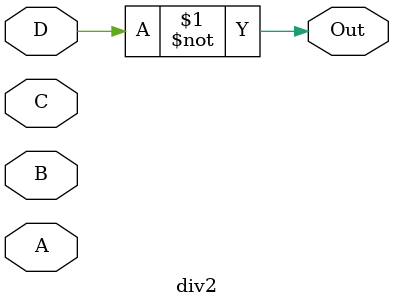
<source format=v>
module div2 (A, B, C, D, Out);
	input A, B, C, D;
	output Out;
	
	not inv1(Out,D);
endmodule

</source>
